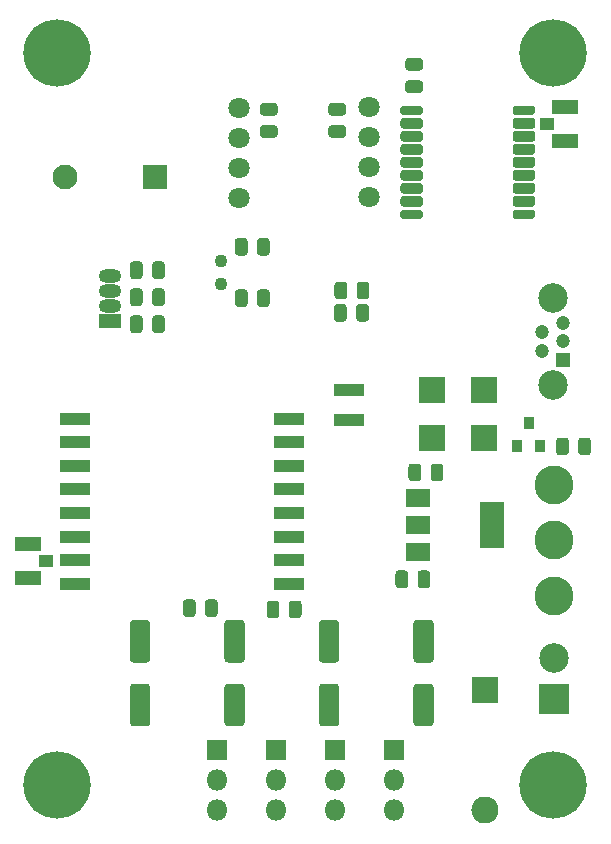
<source format=gbr>
%TF.GenerationSoftware,KiCad,Pcbnew,(5.1.6-0-10_14)*%
%TF.CreationDate,2021-04-25T16:08:19+02:00*%
%TF.ProjectId,ControlUnit,436f6e74-726f-46c5-956e-69742e6b6963,rev?*%
%TF.SameCoordinates,Original*%
%TF.FileFunction,Soldermask,Bot*%
%TF.FilePolarity,Negative*%
%FSLAX46Y46*%
G04 Gerber Fmt 4.6, Leading zero omitted, Abs format (unit mm)*
G04 Created by KiCad (PCBNEW (5.1.6-0-10_14)) date 2021-04-25 16:08:19*
%MOMM*%
%LPD*%
G01*
G04 APERTURE LIST*
%ADD10R,2.600000X1.100000*%
%ADD11R,2.100000X2.100000*%
%ADD12C,2.100000*%
%ADD13R,2.300000X2.300000*%
%ADD14O,2.300000X2.300000*%
%ADD15R,1.900000X1.170000*%
%ADD16O,1.900000X1.170000*%
%ADD17R,2.500000X2.500000*%
%ADD18C,2.500000*%
%ADD19R,1.200000X1.200000*%
%ADD20C,1.200000*%
%ADD21R,2.300000X1.150000*%
%ADD22R,1.150000X1.100000*%
%ADD23R,1.800000X1.800000*%
%ADD24O,1.800000X1.800000*%
%ADD25C,1.800000*%
%ADD26R,2.100000X1.600000*%
%ADD27R,2.100000X3.900000*%
%ADD28C,1.100000*%
%ADD29C,5.700000*%
%ADD30C,3.300000*%
%ADD31R,2.280000X2.220000*%
%ADD32R,0.900000X1.000000*%
G04 APERTURE END LIST*
D10*
%TO.C,U4*%
X105454000Y-84948000D03*
X105454000Y-86948000D03*
X105454000Y-88948000D03*
X105454000Y-90948000D03*
X105454000Y-92948000D03*
X105454000Y-94948000D03*
X105454000Y-96948000D03*
X105454000Y-98948000D03*
X123654000Y-98948000D03*
X123654000Y-96948000D03*
X123654000Y-94948000D03*
X123654000Y-92948000D03*
X123654000Y-90948000D03*
X123654000Y-88948000D03*
X123654000Y-86948000D03*
X123654000Y-84948000D03*
%TD*%
%TO.C,J13*%
X128725000Y-85100000D03*
X128725000Y-82560000D03*
%TD*%
%TO.C,R2*%
G36*
G01*
X127462500Y-74581250D02*
X127462500Y-73618750D01*
G75*
G02*
X127731250Y-73350000I268750J0D01*
G01*
X128268750Y-73350000D01*
G75*
G02*
X128537500Y-73618750I0J-268750D01*
G01*
X128537500Y-74581250D01*
G75*
G02*
X128268750Y-74850000I-268750J0D01*
G01*
X127731250Y-74850000D01*
G75*
G02*
X127462500Y-74581250I0J268750D01*
G01*
G37*
G36*
G01*
X129337500Y-74581250D02*
X129337500Y-73618750D01*
G75*
G02*
X129606250Y-73350000I268750J0D01*
G01*
X130143750Y-73350000D01*
G75*
G02*
X130412500Y-73618750I0J-268750D01*
G01*
X130412500Y-74581250D01*
G75*
G02*
X130143750Y-74850000I-268750J0D01*
G01*
X129606250Y-74850000D01*
G75*
G02*
X129337500Y-74581250I0J268750D01*
G01*
G37*
%TD*%
D11*
%TO.C,BZ1*%
X112268000Y-64516000D03*
D12*
X104668000Y-64516000D03*
%TD*%
%TO.C,C2*%
G36*
G01*
X121975000Y-69918750D02*
X121975000Y-70881250D01*
G75*
G02*
X121706250Y-71150000I-268750J0D01*
G01*
X121168750Y-71150000D01*
G75*
G02*
X120900000Y-70881250I0J268750D01*
G01*
X120900000Y-69918750D01*
G75*
G02*
X121168750Y-69650000I268750J0D01*
G01*
X121706250Y-69650000D01*
G75*
G02*
X121975000Y-69918750I0J-268750D01*
G01*
G37*
G36*
G01*
X120100000Y-69918750D02*
X120100000Y-70881250D01*
G75*
G02*
X119831250Y-71150000I-268750J0D01*
G01*
X119293750Y-71150000D01*
G75*
G02*
X119025000Y-70881250I0J268750D01*
G01*
X119025000Y-69918750D01*
G75*
G02*
X119293750Y-69650000I268750J0D01*
G01*
X119831250Y-69650000D01*
G75*
G02*
X120100000Y-69918750I0J-268750D01*
G01*
G37*
%TD*%
%TO.C,C3*%
G36*
G01*
X120900000Y-75231250D02*
X120900000Y-74268750D01*
G75*
G02*
X121168750Y-74000000I268750J0D01*
G01*
X121706250Y-74000000D01*
G75*
G02*
X121975000Y-74268750I0J-268750D01*
G01*
X121975000Y-75231250D01*
G75*
G02*
X121706250Y-75500000I-268750J0D01*
G01*
X121168750Y-75500000D01*
G75*
G02*
X120900000Y-75231250I0J268750D01*
G01*
G37*
G36*
G01*
X119025000Y-75231250D02*
X119025000Y-74268750D01*
G75*
G02*
X119293750Y-74000000I268750J0D01*
G01*
X119831250Y-74000000D01*
G75*
G02*
X120100000Y-74268750I0J-268750D01*
G01*
X120100000Y-75231250D01*
G75*
G02*
X119831250Y-75500000I-268750J0D01*
G01*
X119293750Y-75500000D01*
G75*
G02*
X119025000Y-75231250I0J268750D01*
G01*
G37*
%TD*%
%TO.C,C5*%
G36*
G01*
X133700000Y-98070750D02*
X133700000Y-99033250D01*
G75*
G02*
X133431250Y-99302000I-268750J0D01*
G01*
X132893750Y-99302000D01*
G75*
G02*
X132625000Y-99033250I0J268750D01*
G01*
X132625000Y-98070750D01*
G75*
G02*
X132893750Y-97802000I268750J0D01*
G01*
X133431250Y-97802000D01*
G75*
G02*
X133700000Y-98070750I0J-268750D01*
G01*
G37*
G36*
G01*
X135575000Y-98070750D02*
X135575000Y-99033250D01*
G75*
G02*
X135306250Y-99302000I-268750J0D01*
G01*
X134768750Y-99302000D01*
G75*
G02*
X134500000Y-99033250I0J268750D01*
G01*
X134500000Y-98070750D01*
G75*
G02*
X134768750Y-97802000I268750J0D01*
G01*
X135306250Y-97802000D01*
G75*
G02*
X135575000Y-98070750I0J-268750D01*
G01*
G37*
%TD*%
%TO.C,C6*%
G36*
G01*
X136675000Y-89018750D02*
X136675000Y-89981250D01*
G75*
G02*
X136406250Y-90250000I-268750J0D01*
G01*
X135868750Y-90250000D01*
G75*
G02*
X135600000Y-89981250I0J268750D01*
G01*
X135600000Y-89018750D01*
G75*
G02*
X135868750Y-88750000I268750J0D01*
G01*
X136406250Y-88750000D01*
G75*
G02*
X136675000Y-89018750I0J-268750D01*
G01*
G37*
G36*
G01*
X134800000Y-89018750D02*
X134800000Y-89981250D01*
G75*
G02*
X134531250Y-90250000I-268750J0D01*
G01*
X133993750Y-90250000D01*
G75*
G02*
X133725000Y-89981250I0J268750D01*
G01*
X133725000Y-89018750D01*
G75*
G02*
X133993750Y-88750000I268750J0D01*
G01*
X134531250Y-88750000D01*
G75*
G02*
X134800000Y-89018750I0J-268750D01*
G01*
G37*
%TD*%
%TO.C,C11*%
G36*
G01*
X122800000Y-100618750D02*
X122800000Y-101581250D01*
G75*
G02*
X122531250Y-101850000I-268750J0D01*
G01*
X121993750Y-101850000D01*
G75*
G02*
X121725000Y-101581250I0J268750D01*
G01*
X121725000Y-100618750D01*
G75*
G02*
X121993750Y-100350000I268750J0D01*
G01*
X122531250Y-100350000D01*
G75*
G02*
X122800000Y-100618750I0J-268750D01*
G01*
G37*
G36*
G01*
X124675000Y-100618750D02*
X124675000Y-101581250D01*
G75*
G02*
X124406250Y-101850000I-268750J0D01*
G01*
X123868750Y-101850000D01*
G75*
G02*
X123600000Y-101581250I0J268750D01*
G01*
X123600000Y-100618750D01*
G75*
G02*
X123868750Y-100350000I268750J0D01*
G01*
X124406250Y-100350000D01*
G75*
G02*
X124675000Y-100618750I0J-268750D01*
G01*
G37*
%TD*%
%TO.C,C12*%
G36*
G01*
X115700000Y-100518750D02*
X115700000Y-101481250D01*
G75*
G02*
X115431250Y-101750000I-268750J0D01*
G01*
X114893750Y-101750000D01*
G75*
G02*
X114625000Y-101481250I0J268750D01*
G01*
X114625000Y-100518750D01*
G75*
G02*
X114893750Y-100250000I268750J0D01*
G01*
X115431250Y-100250000D01*
G75*
G02*
X115700000Y-100518750I0J-268750D01*
G01*
G37*
G36*
G01*
X117575000Y-100518750D02*
X117575000Y-101481250D01*
G75*
G02*
X117306250Y-101750000I-268750J0D01*
G01*
X116768750Y-101750000D01*
G75*
G02*
X116500000Y-101481250I0J268750D01*
G01*
X116500000Y-100518750D01*
G75*
G02*
X116768750Y-100250000I268750J0D01*
G01*
X117306250Y-100250000D01*
G75*
G02*
X117575000Y-100518750I0J-268750D01*
G01*
G37*
%TD*%
%TO.C,C13*%
G36*
G01*
X134681250Y-57375000D02*
X133718750Y-57375000D01*
G75*
G02*
X133450000Y-57106250I0J268750D01*
G01*
X133450000Y-56568750D01*
G75*
G02*
X133718750Y-56300000I268750J0D01*
G01*
X134681250Y-56300000D01*
G75*
G02*
X134950000Y-56568750I0J-268750D01*
G01*
X134950000Y-57106250D01*
G75*
G02*
X134681250Y-57375000I-268750J0D01*
G01*
G37*
G36*
G01*
X134681250Y-55500000D02*
X133718750Y-55500000D01*
G75*
G02*
X133450000Y-55231250I0J268750D01*
G01*
X133450000Y-54693750D01*
G75*
G02*
X133718750Y-54425000I268750J0D01*
G01*
X134681250Y-54425000D01*
G75*
G02*
X134950000Y-54693750I0J-268750D01*
G01*
X134950000Y-55231250D01*
G75*
G02*
X134681250Y-55500000I-268750J0D01*
G01*
G37*
%TD*%
%TO.C,C14*%
G36*
G01*
X121418750Y-58225000D02*
X122381250Y-58225000D01*
G75*
G02*
X122650000Y-58493750I0J-268750D01*
G01*
X122650000Y-59031250D01*
G75*
G02*
X122381250Y-59300000I-268750J0D01*
G01*
X121418750Y-59300000D01*
G75*
G02*
X121150000Y-59031250I0J268750D01*
G01*
X121150000Y-58493750D01*
G75*
G02*
X121418750Y-58225000I268750J0D01*
G01*
G37*
G36*
G01*
X121418750Y-60100000D02*
X122381250Y-60100000D01*
G75*
G02*
X122650000Y-60368750I0J-268750D01*
G01*
X122650000Y-60906250D01*
G75*
G02*
X122381250Y-61175000I-268750J0D01*
G01*
X121418750Y-61175000D01*
G75*
G02*
X121150000Y-60906250I0J268750D01*
G01*
X121150000Y-60368750D01*
G75*
G02*
X121418750Y-60100000I268750J0D01*
G01*
G37*
%TD*%
%TO.C,C16*%
G36*
G01*
X127218750Y-58225000D02*
X128181250Y-58225000D01*
G75*
G02*
X128450000Y-58493750I0J-268750D01*
G01*
X128450000Y-59031250D01*
G75*
G02*
X128181250Y-59300000I-268750J0D01*
G01*
X127218750Y-59300000D01*
G75*
G02*
X126950000Y-59031250I0J268750D01*
G01*
X126950000Y-58493750D01*
G75*
G02*
X127218750Y-58225000I268750J0D01*
G01*
G37*
G36*
G01*
X127218750Y-60100000D02*
X128181250Y-60100000D01*
G75*
G02*
X128450000Y-60368750I0J-268750D01*
G01*
X128450000Y-60906250D01*
G75*
G02*
X128181250Y-61175000I-268750J0D01*
G01*
X127218750Y-61175000D01*
G75*
G02*
X126950000Y-60906250I0J268750D01*
G01*
X126950000Y-60368750D01*
G75*
G02*
X127218750Y-60100000I268750J0D01*
G01*
G37*
%TD*%
D13*
%TO.C,D1*%
X140208000Y-107950000D03*
D14*
X140208000Y-118110000D03*
%TD*%
D15*
%TO.C,D2*%
X108458000Y-76708000D03*
D16*
X108458000Y-75438000D03*
X108458000Y-74168000D03*
X108458000Y-72898000D03*
%TD*%
D17*
%TO.C,J1*%
X146050000Y-108712000D03*
D18*
X146050000Y-105212000D03*
%TD*%
D19*
%TO.C,J2*%
X146812000Y-80010000D03*
D20*
X145062000Y-79210000D03*
X146812000Y-78410000D03*
X145062000Y-77610000D03*
X146812000Y-76810000D03*
D18*
X145937000Y-82060000D03*
X145937000Y-74760000D03*
%TD*%
D21*
%TO.C,J4*%
X101525000Y-95525000D03*
D22*
X103050000Y-97000000D03*
D21*
X101525000Y-98475000D03*
%TD*%
%TO.C,J5*%
X146975000Y-58525000D03*
D22*
X145450000Y-60000000D03*
D21*
X146975000Y-61475000D03*
%TD*%
D23*
%TO.C,J7*%
X117500000Y-113000000D03*
D24*
X117500000Y-115540000D03*
X117500000Y-118080000D03*
%TD*%
D25*
%TO.C,J8*%
X119380000Y-58674000D03*
X119380000Y-61214000D03*
X119380000Y-63754000D03*
X119380000Y-66294000D03*
%TD*%
D24*
%TO.C,J9*%
X122500000Y-118080000D03*
X122500000Y-115540000D03*
D23*
X122500000Y-113000000D03*
%TD*%
%TO.C,J10*%
X127500000Y-113000000D03*
D24*
X127500000Y-115540000D03*
X127500000Y-118080000D03*
%TD*%
%TO.C,R1*%
G36*
G01*
X129300000Y-76481250D02*
X129300000Y-75518750D01*
G75*
G02*
X129568750Y-75250000I268750J0D01*
G01*
X130106250Y-75250000D01*
G75*
G02*
X130375000Y-75518750I0J-268750D01*
G01*
X130375000Y-76481250D01*
G75*
G02*
X130106250Y-76750000I-268750J0D01*
G01*
X129568750Y-76750000D01*
G75*
G02*
X129300000Y-76481250I0J268750D01*
G01*
G37*
G36*
G01*
X127425000Y-76481250D02*
X127425000Y-75518750D01*
G75*
G02*
X127693750Y-75250000I268750J0D01*
G01*
X128231250Y-75250000D01*
G75*
G02*
X128500000Y-75518750I0J-268750D01*
G01*
X128500000Y-76481250D01*
G75*
G02*
X128231250Y-76750000I-268750J0D01*
G01*
X127693750Y-76750000D01*
G75*
G02*
X127425000Y-76481250I0J268750D01*
G01*
G37*
%TD*%
%TO.C,R4*%
G36*
G01*
X113091500Y-76480750D02*
X113091500Y-77443250D01*
G75*
G02*
X112822750Y-77712000I-268750J0D01*
G01*
X112285250Y-77712000D01*
G75*
G02*
X112016500Y-77443250I0J268750D01*
G01*
X112016500Y-76480750D01*
G75*
G02*
X112285250Y-76212000I268750J0D01*
G01*
X112822750Y-76212000D01*
G75*
G02*
X113091500Y-76480750I0J-268750D01*
G01*
G37*
G36*
G01*
X111216500Y-76480750D02*
X111216500Y-77443250D01*
G75*
G02*
X110947750Y-77712000I-268750J0D01*
G01*
X110410250Y-77712000D01*
G75*
G02*
X110141500Y-77443250I0J268750D01*
G01*
X110141500Y-76480750D01*
G75*
G02*
X110410250Y-76212000I268750J0D01*
G01*
X110947750Y-76212000D01*
G75*
G02*
X111216500Y-76480750I0J-268750D01*
G01*
G37*
%TD*%
%TO.C,R5*%
G36*
G01*
X111216500Y-74194750D02*
X111216500Y-75157250D01*
G75*
G02*
X110947750Y-75426000I-268750J0D01*
G01*
X110410250Y-75426000D01*
G75*
G02*
X110141500Y-75157250I0J268750D01*
G01*
X110141500Y-74194750D01*
G75*
G02*
X110410250Y-73926000I268750J0D01*
G01*
X110947750Y-73926000D01*
G75*
G02*
X111216500Y-74194750I0J-268750D01*
G01*
G37*
G36*
G01*
X113091500Y-74194750D02*
X113091500Y-75157250D01*
G75*
G02*
X112822750Y-75426000I-268750J0D01*
G01*
X112285250Y-75426000D01*
G75*
G02*
X112016500Y-75157250I0J268750D01*
G01*
X112016500Y-74194750D01*
G75*
G02*
X112285250Y-73926000I268750J0D01*
G01*
X112822750Y-73926000D01*
G75*
G02*
X113091500Y-74194750I0J-268750D01*
G01*
G37*
%TD*%
%TO.C,R6*%
G36*
G01*
X113091500Y-71908750D02*
X113091500Y-72871250D01*
G75*
G02*
X112822750Y-73140000I-268750J0D01*
G01*
X112285250Y-73140000D01*
G75*
G02*
X112016500Y-72871250I0J268750D01*
G01*
X112016500Y-71908750D01*
G75*
G02*
X112285250Y-71640000I268750J0D01*
G01*
X112822750Y-71640000D01*
G75*
G02*
X113091500Y-71908750I0J-268750D01*
G01*
G37*
G36*
G01*
X111216500Y-71908750D02*
X111216500Y-72871250D01*
G75*
G02*
X110947750Y-73140000I-268750J0D01*
G01*
X110410250Y-73140000D01*
G75*
G02*
X110141500Y-72871250I0J268750D01*
G01*
X110141500Y-71908750D01*
G75*
G02*
X110410250Y-71640000I268750J0D01*
G01*
X110947750Y-71640000D01*
G75*
G02*
X111216500Y-71908750I0J-268750D01*
G01*
G37*
%TD*%
D26*
%TO.C,U2*%
X134518000Y-96280000D03*
X134518000Y-91680000D03*
X134518000Y-93980000D03*
D27*
X140818000Y-93980000D03*
%TD*%
%TO.C,U5*%
G36*
G01*
X133050000Y-67850000D02*
X133050000Y-67450000D01*
G75*
G02*
X133250000Y-67250000I200000J0D01*
G01*
X134750000Y-67250000D01*
G75*
G02*
X134950000Y-67450000I0J-200000D01*
G01*
X134950000Y-67850000D01*
G75*
G02*
X134750000Y-68050000I-200000J0D01*
G01*
X133250000Y-68050000D01*
G75*
G02*
X133050000Y-67850000I0J200000D01*
G01*
G37*
G36*
G01*
X133050000Y-66775000D02*
X133050000Y-66325000D01*
G75*
G02*
X133275000Y-66100000I225000J0D01*
G01*
X134725000Y-66100000D01*
G75*
G02*
X134950000Y-66325000I0J-225000D01*
G01*
X134950000Y-66775000D01*
G75*
G02*
X134725000Y-67000000I-225000J0D01*
G01*
X133275000Y-67000000D01*
G75*
G02*
X133050000Y-66775000I0J225000D01*
G01*
G37*
G36*
G01*
X133050000Y-65675000D02*
X133050000Y-65225000D01*
G75*
G02*
X133275000Y-65000000I225000J0D01*
G01*
X134725000Y-65000000D01*
G75*
G02*
X134950000Y-65225000I0J-225000D01*
G01*
X134950000Y-65675000D01*
G75*
G02*
X134725000Y-65900000I-225000J0D01*
G01*
X133275000Y-65900000D01*
G75*
G02*
X133050000Y-65675000I0J225000D01*
G01*
G37*
G36*
G01*
X133050000Y-64575000D02*
X133050000Y-64125000D01*
G75*
G02*
X133275000Y-63900000I225000J0D01*
G01*
X134725000Y-63900000D01*
G75*
G02*
X134950000Y-64125000I0J-225000D01*
G01*
X134950000Y-64575000D01*
G75*
G02*
X134725000Y-64800000I-225000J0D01*
G01*
X133275000Y-64800000D01*
G75*
G02*
X133050000Y-64575000I0J225000D01*
G01*
G37*
G36*
G01*
X133050000Y-63475000D02*
X133050000Y-63025000D01*
G75*
G02*
X133275000Y-62800000I225000J0D01*
G01*
X134725000Y-62800000D01*
G75*
G02*
X134950000Y-63025000I0J-225000D01*
G01*
X134950000Y-63475000D01*
G75*
G02*
X134725000Y-63700000I-225000J0D01*
G01*
X133275000Y-63700000D01*
G75*
G02*
X133050000Y-63475000I0J225000D01*
G01*
G37*
G36*
G01*
X133050000Y-62375000D02*
X133050000Y-61925000D01*
G75*
G02*
X133275000Y-61700000I225000J0D01*
G01*
X134725000Y-61700000D01*
G75*
G02*
X134950000Y-61925000I0J-225000D01*
G01*
X134950000Y-62375000D01*
G75*
G02*
X134725000Y-62600000I-225000J0D01*
G01*
X133275000Y-62600000D01*
G75*
G02*
X133050000Y-62375000I0J225000D01*
G01*
G37*
G36*
G01*
X133050000Y-61275000D02*
X133050000Y-60825000D01*
G75*
G02*
X133275000Y-60600000I225000J0D01*
G01*
X134725000Y-60600000D01*
G75*
G02*
X134950000Y-60825000I0J-225000D01*
G01*
X134950000Y-61275000D01*
G75*
G02*
X134725000Y-61500000I-225000J0D01*
G01*
X133275000Y-61500000D01*
G75*
G02*
X133050000Y-61275000I0J225000D01*
G01*
G37*
G36*
G01*
X133050000Y-60175000D02*
X133050000Y-59725000D01*
G75*
G02*
X133275000Y-59500000I225000J0D01*
G01*
X134725000Y-59500000D01*
G75*
G02*
X134950000Y-59725000I0J-225000D01*
G01*
X134950000Y-60175000D01*
G75*
G02*
X134725000Y-60400000I-225000J0D01*
G01*
X133275000Y-60400000D01*
G75*
G02*
X133050000Y-60175000I0J225000D01*
G01*
G37*
G36*
G01*
X133050000Y-59050000D02*
X133050000Y-58650000D01*
G75*
G02*
X133250000Y-58450000I200000J0D01*
G01*
X134750000Y-58450000D01*
G75*
G02*
X134950000Y-58650000I0J-200000D01*
G01*
X134950000Y-59050000D01*
G75*
G02*
X134750000Y-59250000I-200000J0D01*
G01*
X133250000Y-59250000D01*
G75*
G02*
X133050000Y-59050000I0J200000D01*
G01*
G37*
G36*
G01*
X142550000Y-59050000D02*
X142550000Y-58650000D01*
G75*
G02*
X142750000Y-58450000I200000J0D01*
G01*
X144250000Y-58450000D01*
G75*
G02*
X144450000Y-58650000I0J-200000D01*
G01*
X144450000Y-59050000D01*
G75*
G02*
X144250000Y-59250000I-200000J0D01*
G01*
X142750000Y-59250000D01*
G75*
G02*
X142550000Y-59050000I0J200000D01*
G01*
G37*
G36*
G01*
X142550000Y-60175000D02*
X142550000Y-59725000D01*
G75*
G02*
X142775000Y-59500000I225000J0D01*
G01*
X144225000Y-59500000D01*
G75*
G02*
X144450000Y-59725000I0J-225000D01*
G01*
X144450000Y-60175000D01*
G75*
G02*
X144225000Y-60400000I-225000J0D01*
G01*
X142775000Y-60400000D01*
G75*
G02*
X142550000Y-60175000I0J225000D01*
G01*
G37*
G36*
G01*
X142550000Y-61275000D02*
X142550000Y-60825000D01*
G75*
G02*
X142775000Y-60600000I225000J0D01*
G01*
X144225000Y-60600000D01*
G75*
G02*
X144450000Y-60825000I0J-225000D01*
G01*
X144450000Y-61275000D01*
G75*
G02*
X144225000Y-61500000I-225000J0D01*
G01*
X142775000Y-61500000D01*
G75*
G02*
X142550000Y-61275000I0J225000D01*
G01*
G37*
G36*
G01*
X142550000Y-62375000D02*
X142550000Y-61925000D01*
G75*
G02*
X142775000Y-61700000I225000J0D01*
G01*
X144225000Y-61700000D01*
G75*
G02*
X144450000Y-61925000I0J-225000D01*
G01*
X144450000Y-62375000D01*
G75*
G02*
X144225000Y-62600000I-225000J0D01*
G01*
X142775000Y-62600000D01*
G75*
G02*
X142550000Y-62375000I0J225000D01*
G01*
G37*
G36*
G01*
X142550000Y-63475000D02*
X142550000Y-63025000D01*
G75*
G02*
X142775000Y-62800000I225000J0D01*
G01*
X144225000Y-62800000D01*
G75*
G02*
X144450000Y-63025000I0J-225000D01*
G01*
X144450000Y-63475000D01*
G75*
G02*
X144225000Y-63700000I-225000J0D01*
G01*
X142775000Y-63700000D01*
G75*
G02*
X142550000Y-63475000I0J225000D01*
G01*
G37*
G36*
G01*
X142550000Y-64575000D02*
X142550000Y-64125000D01*
G75*
G02*
X142775000Y-63900000I225000J0D01*
G01*
X144225000Y-63900000D01*
G75*
G02*
X144450000Y-64125000I0J-225000D01*
G01*
X144450000Y-64575000D01*
G75*
G02*
X144225000Y-64800000I-225000J0D01*
G01*
X142775000Y-64800000D01*
G75*
G02*
X142550000Y-64575000I0J225000D01*
G01*
G37*
G36*
G01*
X142550000Y-65675000D02*
X142550000Y-65225000D01*
G75*
G02*
X142775000Y-65000000I225000J0D01*
G01*
X144225000Y-65000000D01*
G75*
G02*
X144450000Y-65225000I0J-225000D01*
G01*
X144450000Y-65675000D01*
G75*
G02*
X144225000Y-65900000I-225000J0D01*
G01*
X142775000Y-65900000D01*
G75*
G02*
X142550000Y-65675000I0J225000D01*
G01*
G37*
G36*
G01*
X142550000Y-66775000D02*
X142550000Y-66325000D01*
G75*
G02*
X142775000Y-66100000I225000J0D01*
G01*
X144225000Y-66100000D01*
G75*
G02*
X144450000Y-66325000I0J-225000D01*
G01*
X144450000Y-66775000D01*
G75*
G02*
X144225000Y-67000000I-225000J0D01*
G01*
X142775000Y-67000000D01*
G75*
G02*
X142550000Y-66775000I0J225000D01*
G01*
G37*
G36*
G01*
X142550000Y-67850000D02*
X142550000Y-67450000D01*
G75*
G02*
X142750000Y-67250000I200000J0D01*
G01*
X144250000Y-67250000D01*
G75*
G02*
X144450000Y-67450000I0J-200000D01*
G01*
X144450000Y-67850000D01*
G75*
G02*
X144250000Y-68050000I-200000J0D01*
G01*
X142750000Y-68050000D01*
G75*
G02*
X142550000Y-67850000I0J200000D01*
G01*
G37*
%TD*%
D28*
%TO.C,Y1*%
X117856000Y-71628000D03*
X117856000Y-73528000D03*
%TD*%
D29*
%TO.C,H1*%
X104000000Y-54000000D03*
%TD*%
%TO.C,H2*%
X146000000Y-54000000D03*
%TD*%
%TO.C,H3*%
X104000000Y-116000000D03*
%TD*%
%TO.C,H4*%
X146000000Y-116000000D03*
%TD*%
D30*
%TO.C,SW1*%
X146050000Y-95250000D03*
X146050000Y-99950000D03*
X146050000Y-90550000D03*
%TD*%
D31*
%TO.C,D7*%
X140137000Y-82550000D03*
X135707000Y-82550000D03*
%TD*%
%TO.C,D8*%
X135707000Y-86614000D03*
X140137000Y-86614000D03*
%TD*%
D32*
%TO.C,Q1*%
X144850000Y-87300000D03*
X142950000Y-87300000D03*
X143900000Y-85300000D03*
%TD*%
%TO.C,R14*%
G36*
G01*
X146225000Y-87781250D02*
X146225000Y-86818750D01*
G75*
G02*
X146493750Y-86550000I268750J0D01*
G01*
X147031250Y-86550000D01*
G75*
G02*
X147300000Y-86818750I0J-268750D01*
G01*
X147300000Y-87781250D01*
G75*
G02*
X147031250Y-88050000I-268750J0D01*
G01*
X146493750Y-88050000D01*
G75*
G02*
X146225000Y-87781250I0J268750D01*
G01*
G37*
G36*
G01*
X148100000Y-87781250D02*
X148100000Y-86818750D01*
G75*
G02*
X148368750Y-86550000I268750J0D01*
G01*
X148906250Y-86550000D01*
G75*
G02*
X149175000Y-86818750I0J-268750D01*
G01*
X149175000Y-87781250D01*
G75*
G02*
X148906250Y-88050000I-268750J0D01*
G01*
X148368750Y-88050000D01*
G75*
G02*
X148100000Y-87781250I0J268750D01*
G01*
G37*
%TD*%
D23*
%TO.C,J12*%
X132500000Y-113000000D03*
D24*
X132500000Y-115540000D03*
X132500000Y-118080000D03*
%TD*%
%TO.C,C15*%
G36*
G01*
X111584375Y-111000000D02*
X110415625Y-111000000D01*
G75*
G02*
X110150000Y-110734375I0J265625D01*
G01*
X110150000Y-107665625D01*
G75*
G02*
X110415625Y-107400000I265625J0D01*
G01*
X111584375Y-107400000D01*
G75*
G02*
X111850000Y-107665625I0J-265625D01*
G01*
X111850000Y-110734375D01*
G75*
G02*
X111584375Y-111000000I-265625J0D01*
G01*
G37*
G36*
G01*
X111584375Y-105600000D02*
X110415625Y-105600000D01*
G75*
G02*
X110150000Y-105334375I0J265625D01*
G01*
X110150000Y-102265625D01*
G75*
G02*
X110415625Y-102000000I265625J0D01*
G01*
X111584375Y-102000000D01*
G75*
G02*
X111850000Y-102265625I0J-265625D01*
G01*
X111850000Y-105334375D01*
G75*
G02*
X111584375Y-105600000I-265625J0D01*
G01*
G37*
%TD*%
%TO.C,C17*%
G36*
G01*
X119584375Y-105600000D02*
X118415625Y-105600000D01*
G75*
G02*
X118150000Y-105334375I0J265625D01*
G01*
X118150000Y-102265625D01*
G75*
G02*
X118415625Y-102000000I265625J0D01*
G01*
X119584375Y-102000000D01*
G75*
G02*
X119850000Y-102265625I0J-265625D01*
G01*
X119850000Y-105334375D01*
G75*
G02*
X119584375Y-105600000I-265625J0D01*
G01*
G37*
G36*
G01*
X119584375Y-111000000D02*
X118415625Y-111000000D01*
G75*
G02*
X118150000Y-110734375I0J265625D01*
G01*
X118150000Y-107665625D01*
G75*
G02*
X118415625Y-107400000I265625J0D01*
G01*
X119584375Y-107400000D01*
G75*
G02*
X119850000Y-107665625I0J-265625D01*
G01*
X119850000Y-110734375D01*
G75*
G02*
X119584375Y-111000000I-265625J0D01*
G01*
G37*
%TD*%
%TO.C,C18*%
G36*
G01*
X127584375Y-111000000D02*
X126415625Y-111000000D01*
G75*
G02*
X126150000Y-110734375I0J265625D01*
G01*
X126150000Y-107665625D01*
G75*
G02*
X126415625Y-107400000I265625J0D01*
G01*
X127584375Y-107400000D01*
G75*
G02*
X127850000Y-107665625I0J-265625D01*
G01*
X127850000Y-110734375D01*
G75*
G02*
X127584375Y-111000000I-265625J0D01*
G01*
G37*
G36*
G01*
X127584375Y-105600000D02*
X126415625Y-105600000D01*
G75*
G02*
X126150000Y-105334375I0J265625D01*
G01*
X126150000Y-102265625D01*
G75*
G02*
X126415625Y-102000000I265625J0D01*
G01*
X127584375Y-102000000D01*
G75*
G02*
X127850000Y-102265625I0J-265625D01*
G01*
X127850000Y-105334375D01*
G75*
G02*
X127584375Y-105600000I-265625J0D01*
G01*
G37*
%TD*%
%TO.C,C20*%
G36*
G01*
X135584375Y-105600000D02*
X134415625Y-105600000D01*
G75*
G02*
X134150000Y-105334375I0J265625D01*
G01*
X134150000Y-102265625D01*
G75*
G02*
X134415625Y-102000000I265625J0D01*
G01*
X135584375Y-102000000D01*
G75*
G02*
X135850000Y-102265625I0J-265625D01*
G01*
X135850000Y-105334375D01*
G75*
G02*
X135584375Y-105600000I-265625J0D01*
G01*
G37*
G36*
G01*
X135584375Y-111000000D02*
X134415625Y-111000000D01*
G75*
G02*
X134150000Y-110734375I0J265625D01*
G01*
X134150000Y-107665625D01*
G75*
G02*
X134415625Y-107400000I265625J0D01*
G01*
X135584375Y-107400000D01*
G75*
G02*
X135850000Y-107665625I0J-265625D01*
G01*
X135850000Y-110734375D01*
G75*
G02*
X135584375Y-111000000I-265625J0D01*
G01*
G37*
%TD*%
D25*
%TO.C,J11*%
X130400000Y-58600000D03*
X130400000Y-61140000D03*
X130400000Y-63680000D03*
X130400000Y-66220000D03*
%TD*%
M02*

</source>
